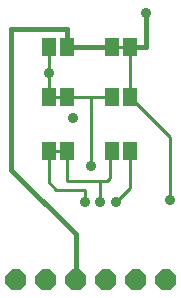
<source format=gbr>
G04 EAGLE Gerber RS-274X export*
G75*
%MOMM*%
%FSLAX34Y34*%
%LPD*%
%INBottom Copper*%
%IPPOS*%
%AMOC8*
5,1,8,0,0,1.08239X$1,22.5*%
G01*
%ADD10R,1.168400X1.600200*%
%ADD11P,1.924489X8X112.500000*%
%ADD12C,0.254000*%
%ADD13C,0.906400*%
%ADD14C,0.406400*%


D10*
X121666Y220980D03*
X106426Y220980D03*
X121666Y179070D03*
X106426Y179070D03*
X53086Y133350D03*
X68326Y133350D03*
X68326Y220980D03*
X53086Y220980D03*
X68326Y179070D03*
X53086Y179070D03*
X106426Y133350D03*
X121666Y133350D03*
D11*
X25146Y24130D03*
X50546Y24130D03*
X75946Y24130D03*
X101346Y24130D03*
X126746Y24130D03*
X152146Y24130D03*
D12*
X53086Y199136D02*
X53086Y220980D01*
X53086Y199136D02*
X53086Y179070D01*
X53086Y199136D02*
X53340Y199390D01*
D13*
X53340Y199390D03*
D12*
X121666Y179070D02*
X155956Y144780D01*
X155956Y91440D01*
D14*
X135636Y220980D02*
X135636Y250190D01*
D12*
X73406Y163830D02*
X73406Y161290D01*
D14*
X121920Y220980D02*
X135636Y220980D01*
D12*
X121920Y220980D02*
X121666Y220980D01*
X121666Y220726D02*
X121666Y179070D01*
X121666Y220726D02*
X121920Y220980D01*
X73660Y160020D02*
X73406Y160020D01*
X73406Y161290D01*
D13*
X155956Y91440D03*
X135636Y250190D03*
X73406Y161290D03*
D12*
X121666Y101600D02*
X110236Y90170D01*
X121666Y101600D02*
X121666Y133350D01*
D13*
X110236Y90170D03*
D12*
X55626Y135890D02*
X53086Y133350D01*
X83566Y90170D02*
X83820Y90170D01*
X83820Y100330D01*
X55880Y132080D02*
X54610Y132080D01*
X53340Y133350D01*
X59690Y100330D02*
X83820Y100330D01*
X59690Y100330D02*
X53340Y106680D01*
X53340Y133350D02*
X53086Y133350D01*
X53340Y133350D02*
X53340Y106680D01*
D13*
X83566Y90170D03*
D12*
X105410Y134366D02*
X105410Y134620D01*
X105410Y134366D02*
X106426Y133350D01*
X96520Y90424D02*
X96266Y90170D01*
X96520Y90424D02*
X96520Y107950D01*
X102870Y107950D01*
X105410Y110490D01*
X105410Y134366D01*
X68326Y133350D02*
X68326Y107950D01*
X96520Y107950D01*
D13*
X96266Y90170D03*
D12*
X68326Y220980D02*
X70866Y223520D01*
D14*
X73406Y220980D02*
X106426Y220980D01*
D12*
X73406Y220980D02*
X70866Y223520D01*
D14*
X75946Y62484D02*
X75946Y24130D01*
X75946Y62484D02*
X21590Y116840D01*
X21590Y236220D01*
X68580Y236220D01*
D12*
X68580Y219710D02*
X68326Y219710D01*
X68326Y220980D01*
D14*
X68580Y219710D02*
X68580Y236220D01*
D12*
X68326Y179070D02*
X88646Y179070D01*
X106426Y179070D01*
X88646Y179070D02*
X88646Y120650D01*
D13*
X88646Y120650D03*
D12*
X66040Y133350D02*
X54610Y133350D01*
X52070Y179070D02*
X67310Y179070D01*
X105410Y220980D02*
X120650Y220980D01*
X105410Y220980D02*
X104140Y223520D01*
M02*

</source>
